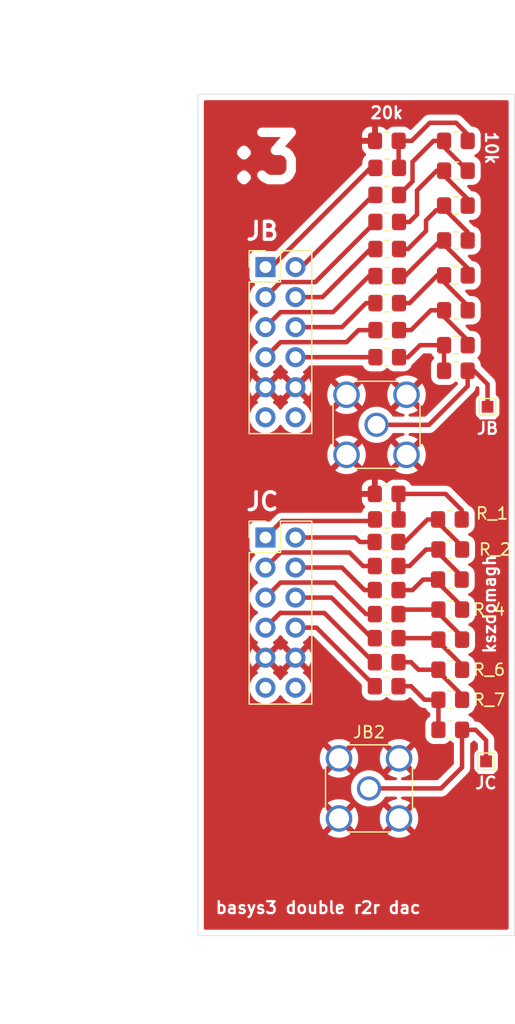
<source format=kicad_pcb>
(kicad_pcb (version 20241229) (generator "pcbnew") (generator_version "9.0")
  (layers (0 "F.Cu" signal) (2 "B.Cu" signal) (13 "F.Paste" user) (15 "B.Paste" user) (5 "F.SilkS" user "F.Silkscreen") (7 "B.SilkS" user "B.Silkscreen") (1 "F.Mask" user) (3 "B.Mask" user) (25 "Edge.Cuts" user))
  (net 0 "")
  (net 1 "GND")
  (net 2 "DB0")
  (net 3 "DB1")
  (net 4 "Net-(2R_4-Pad2)")
  (net 5 "DB2")
  (net 6 "Net-(2R_5-Pad2)")
  (net 7 "DB3")
  (net 8 "Net-(2R_6-Pad2)")
  (net 9 "DB4")
  (net 10 "Net-(2R_7-Pad2)")
  (net 11 "DB5")
  (net 12 "Net-(2R_8-Pad2)")
  (net 13 "DB6")
  (net 14 "DB7")
  (net 15 "Net-(2R_9-Pad2)")
  (net 16 "DA0")
  (net 17 "Net-(2R_11-Pad2)")
  (net 18 "DA1")
  (net 19 "Net-(2R_13-Pad2)")
  (net 20 "DA2")
  (net 21 "Net-(2R_14-Pad2)")
  (net 22 "Net-(2R_15-Pad2)")
  (net 23 "DA3")
  (net 24 "DA4")
  (net 25 "Net-(2R_16-Pad2)")
  (net 26 "DA5")
  (net 27 "Net-(2R_17-Pad2)")
  (net 28 "Net-(2R_18-Pad2)")
  (net 29 "DA6")
  (net 30 "Net-(2R_19-Pad2)")
  (net 31 "DA7")
  (net 32 "VDD")
  (net 33 "Net-(JB2-In)")
  (net 34 "Net-(JA2-In)")
  (net 35 "Net-(2R_B0-Pad2)")
  (net 36 "Net-(2R_B1-Pad2)")
  (footprint "Resistor_SMD:R_0805_2012Metric_Pad1.20x1.40mm_HandSolder" (layer "F.Cu") (at 148.352 100.711 180)
    (property "Reference" "R_4" (at -3.286 0 0) (layer "F.SilkS"))
    (property "Value" "10K" (hide yes))
    (fp_line (start -0.227064 0.735) (end 0.227064 0.735) (stroke (width 0.12)) (layer "F.SilkS"))
    (fp_line (start -0.227064 -0.735) (end 0.227064 -0.735) (stroke (width 0.12)) (layer "F.SilkS"))
    (pad "1" smd roundrect (at -1 0 180) (size 1.2 1.4) (layers "F.Cu" "F.Mask" "F.Paste") (roundrect_rratio 0.208333) (net 6 "Net-(2R_5-Pad2)"))
    (pad "2" smd roundrect (at 1 0 180) (size 1.2 1.4) (layers "F.Cu" "F.Mask" "F.Paste") (roundrect_rratio 0.208333) (net 8 "Net-(2R_6-Pad2)"))
  )
  (footprint "Resistor_SMD:R_0805_2012Metric_Pad1.20x1.40mm_HandSolder" (layer "F.Cu") (at 143.018 65.659)
    (property "Reference" "2R_13" (hide yes))
    (property "Value" "20K" (hide yes))
    (fp_line (start -0.227064 -0.735) (end 0.227064 -0.735) (stroke (width 0.12)) (layer "F.SilkS"))
    (fp_line (start -0.227064 0.735) (end 0.227064 0.735) (stroke (width 0.12)) (layer "F.SilkS"))
    (pad "1" smd roundrect (at -1 0) (size 1.2 1.4) (layers "F.Cu" "F.Mask" "F.Paste") (roundrect_rratio 0.208333) (net 24 "DA4"))
    (pad "2" smd roundrect (at 1 0) (size 1.2 1.4) (layers "F.Cu" "F.Mask" "F.Paste") (roundrect_rratio 0.208333) (net 19 "Net-(2R_13-Pad2)"))
  )
  (footprint "Resistor_SMD:R_0805_2012Metric_Pad1.20x1.40mm_HandSolder" (layer "F.Cu") (at 148.828 72.459 180)
    (property "Reference" "R_14" (hide yes))
    (property "Value" "10K" (hide yes))
    (fp_line (start -0.227064 0.735) (end 0.227064 0.735) (stroke (width 0.12)) (layer "F.SilkS"))
    (fp_line (start -0.227064 -0.735) (end 0.227064 -0.735) (stroke (width 0.12)) (layer "F.SilkS"))
    (pad "1" smd roundrect (at -1 0 180) (size 1.2 1.4) (layers "F.Cu" "F.Mask" "F.Paste") (roundrect_rratio 0.208333) (net 25 "Net-(2R_16-Pad2)"))
    (pad "2" smd roundrect (at 1 0 180) (size 1.2 1.4) (layers "F.Cu" "F.Mask" "F.Paste") (roundrect_rratio 0.208333) (net 27 "Net-(2R_17-Pad2)"))
  )
  (footprint "Resistor_SMD:R_0805_2012Metric_Pad1.20x1.40mm_HandSolder" (layer "F.Cu") (at 142.954 94.996)
    (property "Reference" "2R_B1" (hide yes))
    (property "Value" "20K" (hide yes))
    (fp_line (start -0.227064 -0.735) (end 0.227064 -0.735) (stroke (width 0.12)) (layer "F.SilkS"))
    (fp_line (start -0.227064 0.735) (end 0.227064 0.735) (stroke (width 0.12)) (layer "F.SilkS"))
    (pad "1" smd roundrect (at -1 0) (size 1.2 1.4) (layers "F.Cu" "F.Mask" "F.Paste") (roundrect_rratio 0.208333) (net 9 "DB4"))
    (pad "2" smd roundrect (at 1 0) (size 1.2 1.4) (layers "F.Cu" "F.Mask" "F.Paste") (roundrect_rratio 0.208333) (net 36 "Net-(2R_B1-Pad2)"))
  )
  (footprint "Resistor_SMD:R_0805_2012Metric_Pad1.20x1.40mm_HandSolder" (layer "F.Cu") (at 143.018 70.231)
    (property "Reference" "2R_15" (hide yes))
    (property "Value" "20K" (hide yes))
    (fp_line (start -0.227064 -0.735) (end 0.227064 -0.735) (stroke (width 0.12)) (layer "F.SilkS"))
    (fp_line (start -0.227064 0.735) (end 0.227064 0.735) (stroke (width 0.12)) (layer "F.SilkS"))
    (pad "1" smd roundrect (at -1 0) (size 1.2 1.4) (layers "F.Cu" "F.Mask" "F.Paste") (roundrect_rratio 0.208333) (net 26 "DA5"))
    (pad "2" smd roundrect (at 1 0) (size 1.2 1.4) (layers "F.Cu" "F.Mask" "F.Paste") (roundrect_rratio 0.208333) (net 22 "Net-(2R_15-Pad2)"))
  )
  (footprint "Resistor_SMD:R_0805_2012Metric_Pad1.20x1.40mm_HandSolder" (layer "F.Cu") (at 142.97 99.06)
    (property "Reference" "2R_5" (hide yes))
    (property "Value" "20K" (hide yes))
    (fp_line (start -0.227064 -0.735) (end 0.227064 -0.735) (stroke (width 0.12)) (layer "F.SilkS"))
    (fp_line (start -0.227064 0.735) (end 0.227064 0.735) (stroke (width 0.12)) (layer "F.SilkS"))
    (pad "1" smd roundrect (at -1 0) (size 1.2 1.4) (layers "F.Cu" "F.Mask" "F.Paste") (roundrect_rratio 0.208333) (net 11 "DB5"))
    (pad "2" smd roundrect (at 1 0) (size 1.2 1.4) (layers "F.Cu" "F.Mask" "F.Paste") (roundrect_rratio 0.208333) (net 6 "Net-(2R_5-Pad2)"))
  )
  (footprint "TestPoint:TestPoint_Pad_1.0x1.0mm" (layer "F.Cu") (at 151.511 83.566)
    (property "Reference" "REF**" (hide yes))
    (property "Value" "TestPoint_Pad_1.0x1.0mm" (hide yes))
    (fp_line (start -0.7 -0.7) (end 0.7 -0.7) (stroke (width 0.12)) (layer "F.SilkS"))
    (fp_line (start -0.7 0.7) (end -0.7 -0.7) (stroke (width 0.12)) (layer "F.SilkS"))
    (fp_line (start 0.7 -0.7) (end 0.7 0.7) (stroke (width 0.12)) (layer "F.SilkS"))
    (fp_line (start 0.7 0.7) (end -0.7 0.7) (stroke (width 0.12)) (layer "F.SilkS"))
    (pad "1" smd rect (at 0 0) (size 1 1) (layers "F.Cu" "F.Mask") (net 34 "Net-(JA2-In)"))
  )
  (footprint "Resistor_SMD:R_0805_2012Metric_Pad1.20x1.40mm_HandSolder" (layer "F.Cu") (at 142.97 90.932 180)
    (property "Reference" "2R_B2" (hide yes))
    (property "Value" "20K" (hide yes))
    (fp_line (start -0.227064 0.735) (end 0.227064 0.735) (stroke (width 0.12)) (layer "F.SilkS"))
    (fp_line (start -0.227064 -0.735) (end 0.227064 -0.735) (stroke (width 0.12)) (layer "F.SilkS"))
    (pad "1" smd roundrect (at -1 0 180) (size 1.2 1.4) (layers "F.Cu" "F.Mask" "F.Paste") (roundrect_rratio 0.208333) (net 35 "Net-(2R_B0-Pad2)"))
    (pad "2" smd roundrect (at 1 0 180) (size 1.2 1.4) (layers "F.Cu" "F.Mask" "F.Paste") (roundrect_rratio 0.208333) (net 1 "GND"))
  )
  (footprint "Resistor_SMD:R_0805_2012Metric_Pad1.20x1.40mm_HandSolder" (layer "F.Cu") (at 142.986 61.087 180)
    (property "Reference" "2R_12" (hide yes))
    (property "Value" "20K" (hide yes))
    (fp_line (start -0.227064 0.735) (end 0.227064 0.735) (stroke (width 0.12)) (layer "F.SilkS"))
    (fp_line (start -0.227064 -0.735) (end 0.227064 -0.735) (stroke (width 0.12)) (layer "F.SilkS"))
    (pad "1" smd roundrect (at -1 0 180) (size 1.2 1.4) (layers "F.Cu" "F.Mask" "F.Paste") (roundrect_rratio 0.208333) (net 17 "Net-(2R_11-Pad2)"))
    (pad "2" smd roundrect (at 1 0 180) (size 1.2 1.4) (layers "F.Cu" "F.Mask" "F.Paste") (roundrect_rratio 0.208333) (net 1 "GND"))
  )
  (footprint "Connector_Coaxial:SMA_Wurth_60312002114503_Vertical" (layer "F.Cu") (at 142.113 85.09)
    (property "Reference" "JA2" (hide yes))
    (property "Value" "Conn_Coaxial_Small" (hide yes))
    (fp_line (start -3.68 -1.8) (end -3.68 1.8) (stroke (width 0.12)) (layer "F.SilkS"))
    (fp_line (start -1.8 -3.68) (end 1.8 -3.68) (stroke (width 0.12)) (layer "F.SilkS"))
    (fp_line (start -1.8 3.68) (end 1.8 3.68) (stroke (width 0.12)) (layer "F.SilkS"))
    (fp_line (start 3.68 -1.8) (end 3.68 1.8) (stroke (width 0.12)) (layer "F.SilkS"))
    (pad "1" thru_hole circle (at 0 0) (size 2.05 2.05) (drill 1.5) (layers "*.Cu" "*.Mask") (net 34 "Net-(JA2-In)"))
    (pad "2" thru_hole circle (at -2.54 -2.54) (size 2.25 2.25) (drill 1.7) (layers "*.Cu" "*.Mask") (net 1 "GND"))
    (pad "2" thru_hole circle (at -2.54 2.54) (size 2.25 2.25) (drill 1.7) (layers "*.Cu" "*.Mask") (net 1 "GND"))
    (pad "2" thru_hole circle (at 2.54 -2.54) (size 2.25 2.25) (drill 1.7) (layers "*.Cu" "*.Mask") (net 1 "GND"))
    (pad "2" thru_hole circle (at 2.54 2.54) (size 2.25 2.25) (drill 1.7) (layers "*.Cu" "*.Mask") (net 1 "GND"))
  )
  (footprint "Resistor_SMD:R_0805_2012Metric_Pad1.20x1.40mm_HandSolder" (layer "F.Cu") (at 143.018 79.375)
    (property "Reference" "2R_19" (hide yes))
    (property "Value" "20K" (hide yes))
    (fp_line (start -0.227064 -0.735) (end 0.227064 -0.735) (stroke (width 0.12)) (layer "F.SilkS"))
    (fp_line (start -0.227064 0.735) (end 0.227064 0.735) (stroke (width 0.12)) (layer "F.SilkS"))
    (pad "1" smd roundrect (at -1 0) (size 1.2 1.4) (layers "F.Cu" "F.Mask" "F.Paste") (roundrect_rratio 0.208333) (net 31 "DA7"))
    (pad "2" smd roundrect (at 1 0) (size 1.2 1.4) (layers "F.Cu" "F.Mask" "F.Paste") (roundrect_rratio 0.208333) (net 30 "Net-(2R_19-Pad2)"))
  )
  (footprint "Resistor_SMD:R_0805_2012Metric_Pad1.20x1.40mm_HandSolder" (layer "F.Cu") (at 148.828 61.087 180)
    (property "Reference" "R_10" (hide yes))
    (property "Value" "10K" (hide yes))
    (fp_line (start -0.227064 0.735) (end 0.227064 0.735) (stroke (width 0.12)) (layer "F.SilkS"))
    (fp_line (start -0.227064 -0.735) (end 0.227064 -0.735) (stroke (width 0.12)) (layer "F.SilkS"))
    (pad "1" smd roundrect (at -1 0 180) (size 1.2 1.4) (layers "F.Cu" "F.Mask" "F.Paste") (roundrect_rratio 0.208333) (net 17 "Net-(2R_11-Pad2)"))
    (pad "2" smd roundrect (at 1 0 180) (size 1.2 1.4) (layers "F.Cu" "F.Mask" "F.Paste") (roundrect_rratio 0.208333) (net 19 "Net-(2R_13-Pad2)"))
  )
  (footprint "Connector_Coaxial:SMA_Wurth_60312002114503_Vertical" (layer "F.Cu") (at 141.478 115.824)
    (property "Reference" "JB2" (at 0 -4.75 0) (layer "F.SilkS"))
    (property "Value" "Conn_Coaxial_Small" (hide yes))
    (fp_line (start -3.68 -1.8) (end -3.68 1.8) (stroke (width 0.12)) (layer "F.SilkS"))
    (fp_line (start -1.8 -3.68) (end 1.8 -3.68) (stroke (width 0.12)) (layer "F.SilkS"))
    (fp_line (start -1.8 3.68) (end 1.8 3.68) (stroke (width 0.12)) (layer "F.SilkS"))
    (fp_line (start 3.68 -1.8) (end 3.68 1.8) (stroke (width 0.12)) (layer "F.SilkS"))
    (pad "1" thru_hole circle (at 0 0) (size 2.05 2.05) (drill 1.5) (layers "*.Cu" "*.Mask") (net 33 "Net-(JB2-In)"))
    (pad "2" thru_hole circle (at -2.54 -2.54) (size 2.25 2.25) (drill 1.7) (layers "*.Cu" "*.Mask") (net 1 "GND"))
    (pad "2" thru_hole circle (at -2.54 2.54) (size 2.25 2.25) (drill 1.7) (layers "*.Cu" "*.Mask") (net 1 "GND"))
    (pad "2" thru_hole circle (at 2.54 -2.54) (size 2.25 2.25) (drill 1.7) (layers "*.Cu" "*.Mask") (net 1 "GND"))
    (pad "2" thru_hole circle (at 2.54 2.54) (size 2.25 2.25) (drill 1.7) (layers "*.Cu" "*.Mask") (net 1 "GND"))
  )
  (footprint "TestPoint:TestPoint_Pad_1.0x1.0mm" (layer "F.Cu") (at 151.384 113.538)
    (property "Reference" "REF**" (hide yes))
    (property "Value" "TestPoint_Pad_1.0x1.0mm" (hide yes))
    (fp_line (start -0.7 -0.7) (end 0.7 -0.7) (stroke (width 0.12)) (layer "F.SilkS") (net 65793))
    (fp_line (start -0.7 0.7) (end -0.7 -0.7) (stroke (width 0.12)) (layer "F.SilkS") (net 65793))
    (fp_line (start 0.7 -0.7) (end 0.7 0.7) (stroke (width 0.12)) (layer "F.SilkS") (net 65793))
    (fp_line (start 0.7 0.7) (end -0.7 0.7) (stroke (width 0.12)) (layer "F.SilkS") (net 65793))
    (pad "1" smd rect (at 0 0) (size 1 1) (layers "F.Cu" "F.Mask") (net 33 "Net-(JB2-In)"))
  )
  (footprint "Resistor_SMD:R_0805_2012Metric_Pad1.20x1.40mm_HandSolder" (layer "F.Cu") (at 142.97 101.092)
    (property "Reference" "2R_6" (hide yes))
    (property "Value" "20K" (hide yes))
    (fp_line (start -0.227064 -0.735) (end 0.227064 -0.735) (stroke (width 0.12)) (layer "F.SilkS"))
    (fp_line (start -0.227064 0.735) (end 0.227064 0.735) (stroke (width 0.12)) (layer "F.SilkS"))
    (pad "1" smd roundrect (at -1 0) (size 1.2 1.4) (layers "F.Cu" "F.Mask" "F.Paste") (roundrect_rratio 0.208333) (net 5 "DB2"))
    (pad "2" smd roundrect (at 1 0) (size 1.2 1.4) (layers "F.Cu" "F.Mask" "F.Paste") (roundrect_rratio 0.208333) (net 8 "Net-(2R_6-Pad2)"))
  )
  (footprint "Resistor_SMD:R_0805_2012Metric_Pad1.20x1.40mm_HandSolder" (layer "F.Cu") (at 148.32 93.091 180)
    (property "Reference" "R_1" (at -3.572 0.508 0) (layer "F.SilkS"))
    (property "Value" "10K" (hide yes))
    (fp_line (start -0.227064 0.735) (end 0.227064 0.735) (stroke (width 0.12)) (layer "F.SilkS"))
    (fp_line (start -0.227064 -0.735) (end 0.227064 -0.735) (stroke (width 0.12)) (layer "F.SilkS"))
    (pad "1" smd roundrect (at -1 0 180) (size 1.2 1.4) (layers "F.Cu" "F.Mask" "F.Paste") (roundrect_rratio 0.208333) (net 35 "Net-(2R_B0-Pad2)"))
    (pad "2" smd roundrect (at 1 0 180) (size 1.2 1.4) (layers "F.Cu" "F.Mask" "F.Paste") (roundrect_rratio 0.208333) (net 36 "Net-(2R_B1-Pad2)"))
  )
  (footprint "Resistor_SMD:R_0805_2012Metric_Pad1.20x1.40mm_HandSolder" (layer "F.Cu") (at 143.018 72.517)
    (property "Reference" "2R_16" (hide yes))
    (property "Value" "20K" (hide yes))
    (fp_line (start -0.227064 -0.735) (end 0.227064 -0.735) (stroke (width 0.12)) (layer "F.SilkS"))
    (fp_line (start -0.227064 0.735) (end 0.227064 0.735) (stroke (width 0.12)) (layer "F.SilkS"))
    (pad "1" smd roundrect (at -1 0) (size 1.2 1.4) (layers "F.Cu" "F.Mask" "F.Paste") (roundrect_rratio 0.208333) (net 20 "DA2"))
    (pad "2" smd roundrect (at 1 0) (size 1.2 1.4) (layers "F.Cu" "F.Mask" "F.Paste") (roundrect_rratio 0.208333) (net 25 "Net-(2R_16-Pad2)"))
  )
  (footprint "Resistor_SMD:R_0805_2012Metric_Pad1.20x1.40mm_HandSolder" (layer "F.Cu") (at 148.828 69.509 180)
    (property "Reference" "R_13" (hide yes))
    (property "Value" "10K" (hide yes))
    (fp_line (start -0.227064 0.735) (end 0.227064 0.735) (stroke (width 0.12)) (layer "F.SilkS"))
    (fp_line (start -0.227064 -0.735) (end 0.227064 -0.735) (stroke (width 0.12)) (layer "F.SilkS"))
    (pad "1" smd roundrect (at -1 0 180) (size 1.2 1.4) (layers "F.Cu" "F.Mask" "F.Paste") (roundrect_rratio 0.208333) (net 22 "Net-(2R_15-Pad2)"))
    (pad "2" smd roundrect (at 1 0 180) (size 1.2 1.4) (layers "F.Cu" "F.Mask" "F.Paste") (roundrect_rratio 0.208333) (net 25 "Net-(2R_16-Pad2)"))
  )
  (footprint "Resistor_SMD:R_0805_2012Metric_Pad1.20x1.40mm_HandSolder" (layer "F.Cu") (at 142.97 97.028)
    (property "Reference" "2R_4" (hide yes))
    (property "Value" "20K" (hide yes))
    (fp_line (start -0.227064 -0.735) (end 0.227064 -0.735) (stroke (width 0.12)) (layer "F.SilkS"))
    (fp_line (start -0.227064 0.735) (end 0.227064 0.735) (stroke (width 0.12)) (layer "F.SilkS"))
    (pad "1" smd roundrect (at -1 0) (size 1.2 1.4) (layers "F.Cu" "F.Mask" "F.Paste") (roundrect_rratio 0.208333) (net 3 "DB1"))
    (pad "2" smd roundrect (at 1 0) (size 1.2 1.4) (layers "F.Cu" "F.Mask" "F.Paste") (roundrect_rratio 0.208333) (net 4 "Net-(2R_4-Pad2)"))
  )
  (footprint "Resistor_SMD:R_0805_2012Metric_Pad1.20x1.40mm_HandSolder" (layer "F.Cu") (at 142.97 103.124)
    (property "Reference" "2R_7" (hide yes))
    (property "Value" "20K" (hide yes))
    (fp_line (start -0.227064 -0.735) (end 0.227064 -0.735) (stroke (width 0.12)) (layer "F.SilkS"))
    (fp_line (start -0.227064 0.735) (end 0.227064 0.735) (stroke (width 0.12)) (layer "F.SilkS"))
    (pad "1" smd roundrect (at -1 0) (size 1.2 1.4) (layers "F.Cu" "F.Mask" "F.Paste") (roundrect_rratio 0.208333) (net 13 "DB6"))
    (pad "2" smd roundrect (at 1 0) (size 1.2 1.4) (layers "F.Cu" "F.Mask" "F.Paste") (roundrect_rratio 0.208333) (net 10 "Net-(2R_7-Pad2)"))
  )
  (footprint "Connector_PinHeader_2.54mm:PinHeader_2x06_P2.54mm_Vertical" (layer "F.Cu") (at 132.715 71.755)
    (property "Reference" "JA1" (hide yes))
    (property "Value" "Conn_02x06_Odd_Even" (hide yes))
    (fp_line (start -1.38 -1.38) (end 0 -1.38) (stroke (width 0.12)) (layer "F.SilkS"))
    (fp_line (start -1.38 0) (end -1.38 -1.38) (stroke (width 0.12)) (layer "F.SilkS"))
    (fp_line (start -1.38 1.27) (end -1.38 14.08) (stroke (width 0.12)) (layer "F.SilkS"))
    (fp_line (start -1.38 1.27) (end 1.27 1.27) (stroke (width 0.12)) (layer "F.SilkS"))
    (fp_line (start -1.38 14.08) (end 3.92 14.08) (stroke (width 0.12)) (layer "F.SilkS"))
    (fp_line (start 1.27 -1.38) (end 3.92 -1.38) (stroke (width 0.12)) (layer "F.SilkS"))
    (fp_line (start 1.27 1.27) (end 1.27 -1.38) (stroke (width 0.12)) (layer "F.SilkS"))
    (fp_line (start 3.92 -1.38) (end 3.92 14.08) (stroke (width 0.12)) (layer "F.SilkS"))
    (pad "1" thru_hole rect (at 0 0) (size 1.7 1.7) (drill 1) (layers "*.Cu" "*.Mask") (net 16 "DA0"))
    (pad "2" thru_hole circle (at 2.54 0) (size 1.7 1.7) (drill 1) (layers "*.Cu" "*.Mask") (net 24 "DA4"))
    (pad "3" thru_hole circle (at 0 2.54) (size 1.7 1.7) (drill 1) (layers "*.Cu" "*.Mask") (net 18 "DA1"))
    (pad "4" thru_hole circle (at 2.54 2.54) (size 1.7 1.7) (drill 1) (layers "*.Cu" "*.Mask") (net 26 "DA5"))
    (pad "5" thru_hole circle (at 0 5.08) (size 1.7 1.7) (drill 1) (layers "*.Cu" "*.Mask") (net 20 "DA2"))
    (pad "6" thru_hole circle (at 2.54 5.08) (size 1.7 1.7) (drill 1) (layers "*.Cu" "*.Mask") (net 29 "DA6"))
    (pad "7" thru_hole circle (at 0 7.62) (size 1.7 1.7) (drill 1) (layers "*.Cu" "*.Mask") (net 23 "DA3"))
    (pad "8" thru_hole circle (at 2.54 7.62) (size 1.7 1.7) (drill 1) (layers "*.Cu" "*.Mask") (net 31 "DA7"))
    (pad "9" thru_hole circle (at 0 10.16) (size 1.7 1.7) (drill 1) (layers "*.Cu" "*.Mask") (net 1 "GND"))
    (pad "10" thru_hole circle (at 2.54 10.16) (size 1.7 1.7) (drill 1) (layers "*.Cu" "*.Mask") (net 1 "GND"))
    (pad "11" thru_hole circle (at 0 12.7) (size 1.7 1.7) (drill 1) (layers "*.Cu" "*.Mask") (net 32 "VDD"))
    (pad "12" thru_hole circle (at 2.54 12.7) (size 1.7 1.7) (drill 1) (layers "*.Cu" "*.Mask") (net 32 "VDD"))
  )
  (footprint "Connector_PinHeader_2.54mm:PinHeader_2x06_P2.54mm_Vertical" (layer "F.Cu") (at 132.715 94.615)
    (property "Reference" "JB1" (hide yes))
    (property "Value" "Conn_02x06_Odd_Even" (hide yes))
    (fp_line (start -1.38 -1.38) (end 0 -1.38) (stroke (width 0.12)) (layer "F.SilkS"))
    (fp_line (start -1.38 0) (end -1.38 -1.38) (stroke (width 0.12)) (layer "F.SilkS"))
    (fp_line (start -1.38 1.27) (end -1.38 14.08) (stroke (width 0.12)) (layer "F.SilkS"))
    (fp_line (start -1.38 1.27) (end 1.27 1.27) (stroke (width 0.12)) (layer "F.SilkS"))
    (fp_line (start -1.38 14.08) (end 3.92 14.08) (stroke (width 0.12)) (layer "F.SilkS"))
    (fp_line (start 1.27 -1.38) (end 3.92 -1.38) (stroke (width 0.12)) (layer "F.SilkS"))
    (fp_line (start 1.27 1.27) (end 1.27 -1.38) (stroke (width 0.12)) (layer "F.SilkS"))
    (fp_line (start 3.92 -1.38) (end 3.92 14.08) (stroke (width 0.12)) (layer "F.SilkS"))
    (pad "1" thru_hole rect (at 0 0) (size 1.7 1.7) (drill 1) (layers "*.Cu" "*.Mask") (net 2 "DB0"))
    (pad "2" thru_hole circle (at 2.54 0) (size 1.7 1.7) (drill 1) (layers "*.Cu" "*.Mask") (net 9 "DB4"))
    (pad "3" thru_hole circle (at 0 2.54) (size 1.7 1.7) (drill 1) (layers "*.Cu" "*.Mask") (net 3 "DB1"))
    (pad "4" thru_hole circle (at 2.54 2.54) (size 1.7 1.7) (drill 1) (layers "*.Cu" "*.Mask") (net 11 "DB5"))
    (pad "5" thru_hole circle (at 0 5.08) (size 1.7 1.7) (drill 1) (layers "*.Cu" "*.Mask") (net 5 "DB2"))
    (pad "6" thru_hole circle (at 2.54 5.08) (size 1.7 1.7) (drill 1) (layers "*.Cu" "*.Mask") (net 13 "DB6"))
    (pad "7" thru_hole circle (at 0 7.62) (size 1.7 1.7) (drill 1) (layers "*.Cu" "*.Mask") (net 7 "DB3"))
    (pad "8" thru_hole circle (at 2.54 7.62) (size 1.7 1.7) (drill 1) (layers "*.Cu" "*.Mask") (net 14 "DB7"))
    (pad "9" thru_hole circle (at 0 10.16) (size 1.7 1.7) (drill 1) (layers "*.Cu" "*.Mask") (net 1 "GND"))
    (pad "10" thru_hole circle (at 2.54 10.16) (size 1.7 1.7) (drill 1) (layers "*.Cu" "*.Mask") (net 1 "GND"))
    (pad "11" thru_hole circle (at 0 12.7) (size 1.7 1.7) (drill 1) (layers "*.Cu" "*.Mask") (net 32 "VDD"))
    (pad "12" thru_hole circle (at 2.54 12.7) (size 1.7 1.7) (drill 1) (layers "*.Cu" "*.Mask") (net 32 "VDD"))
  )
  (footprint "Resistor_SMD:R_0805_2012Metric_Pad1.20x1.40mm_HandSolder" (layer "F.Cu") (at 142.97 105.156)
    (property "Reference" "2R_8" (hide yes))
    (property "Value" "20K" (hide yes))
    (fp_line (start -0.227064 -0.735) (end 0.227064 -0.735) (stroke (width 0.12)) (layer "F.SilkS"))
    (fp_line (start -0.227064 0.735) (end 0.227064 0.735) (stroke (width 0.12)) (layer "F.SilkS"))
    (pad "1" smd roundrect (at -1 0) (size 1.2 1.4) (layers "F.Cu" "F.Mask" "F.Paste") (roundrect_rratio 0.208333) (net 7 "DB3"))
    (pad "2" smd roundrect (at 1 0) (size 1.2 1.4) (layers "F.Cu" "F.Mask" "F.Paste") (roundrect_rratio 0.208333) (net 12 "Net-(2R_8-Pad2)"))
  )
  (footprint "Resistor_SMD:R_0805_2012Metric_Pad1.20x1.40mm_HandSolder" (layer "F.Cu") (at 148.352 105.791 180)
    (property "Reference" "R_6" (at -3.286 0 0) (layer "F.SilkS"))
    (property "Value" "10K" (hide yes))
    (fp_line (start -0.227064 0.735) (end 0.227064 0.735) (stroke (width 0.12)) (layer "F.SilkS"))
    (fp_line (start -0.227064 -0.735) (end 0.227064 -0.735) (stroke (width 0.12)) (layer "F.SilkS"))
    (pad "1" smd roundrect (at -1 0 180) (size 1.2 1.4) (layers "F.Cu" "F.Mask" "F.Paste") (roundrect_rratio 0.208333) (net 10 "Net-(2R_7-Pad2)"))
    (pad "2" smd roundrect (at 1 0 180) (size 1.2 1.4) (layers "F.Cu" "F.Mask" "F.Paste") (roundrect_rratio 0.208333) (net 12 "Net-(2R_8-Pad2)"))
  )
  (footprint "Resistor_SMD:R_0805_2012Metric_Pad1.20x1.40mm_HandSolder" (layer "F.Cu") (at 148.352 103.251 180)
    (property "Reference" "R_5" (hide yes))
    (property "Value" "10K" (hide yes))
    (fp_line (start -0.227064 0.735) (end 0.227064 0.735) (stroke (width 0.12)) (layer "F.SilkS"))
    (fp_line (start -0.227064 -0.735) (end 0.227064 -0.735) (stroke (width 0.12)) (layer "F.SilkS"))
    (pad "1" smd roundrect (at -1 0 180) (size 1.2 1.4) (layers "F.Cu" "F.Mask" "F.Paste") (roundrect_rratio 0.208333) (net 8 "Net-(2R_6-Pad2)"))
    (pad "2" smd roundrect (at 1 0 180) (size 1.2 1.4) (layers "F.Cu" "F.Mask" "F.Paste") (roundrect_rratio 0.208333) (net 10 "Net-(2R_7-Pad2)"))
  )
  (footprint "Resistor_SMD:R_0805_2012Metric_Pad1.20x1.40mm_HandSolder" (layer "F.Cu") (at 143.018 77.089)
    (property "Reference" "2R_18" (hide yes))
    (property "Value" "20K" (hide yes))
    (fp_line (start -0.227064 -0.735) (end 0.227064 -0.735) (stroke (width 0.12)) (layer "F.SilkS"))
    (fp_line (start -0.227064 0.735) (end 0.227064 0.735) (stroke (width 0.12)) (layer "F.SilkS"))
    (pad "1" smd roundrect (at -1 0) (size 1.2 1.4) (layers "F.Cu" "F.Mask" "F.Paste") (roundrect_rratio 0.208333) (net 23 "DA3"))
    (pad "2" smd roundrect (at 1 0) (size 1.2 1.4) (layers "F.Cu" "F.Mask" "F.Paste") (roundrect_rratio 0.208333) (net 28 "Net-(2R_18-Pad2)"))
  )
  (footprint "Resistor_SMD:R_0805_2012Metric_Pad1.20x1.40mm_HandSolder" (layer "F.Cu") (at 148.352 110.871)
    (property "Reference" "R_8" (hide yes))
    (property "Value" "10K")
    (fp_line (start -0.227064 -0.735) (end 0.227064 -0.735) (stroke (width 0.12)) (layer "F.SilkS"))
    (fp_line (start -0.227064 0.735) (end 0.227064 0.735) (stroke (width 0.12)) (layer "F.SilkS"))
    (pad "1" smd roundrect (at -1 0) (size 1.2 1.4) (layers "F.Cu" "F.Mask" "F.Paste") (roundrect_rratio 0.208333) (net 15 "Net-(2R_9-Pad2)"))
    (pad "2" smd roundrect (at 1 0) (size 1.2 1.4) (layers "F.Cu" "F.Mask" "F.Paste") (roundrect_rratio 0.208333) (net 33 "Net-(JB2-In)"))
  )
  (footprint "Resistor_SMD:R_0805_2012Metric_Pad1.20x1.40mm_HandSolder" (layer "F.Cu") (at 148.352 95.631 180)
    (property "Reference" "R_2" (at -3.794 0 0) (layer "F.SilkS"))
    (property "Value" "10K" (hide yes))
    (fp_line (start -0.227064 0.735) (end 0.227064 0.735) (stroke (width 0.12)) (layer "F.SilkS"))
    (fp_line (start -0.227064 -0.735) (end 0.227064 -0.735) (stroke (width 0.12)) (layer "F.SilkS"))
    (pad "1" smd roundrect (at -1 0 180) (size 1.2 1.4) (layers "F.Cu" "F.Mask" "F.Paste") (roundrect_rratio 0.208333) (net 36 "Net-(2R_B1-Pad2)"))
    (pad "2" smd roundrect (at 1 0 180) (size 1.2 1.4) (layers "F.Cu" "F.Mask" "F.Paste") (roundrect_rratio 0.208333) (net 4 "Net-(2R_4-Pad2)"))
  )
  (footprint "Resistor_SMD:R_0805_2012Metric_Pad1.20x1.40mm_HandSolder" (layer "F.Cu") (at 143.018 67.945)
    (property "Reference" "2R_14" (hide yes))
    (property "Value" "20K" (hide yes))
    (fp_line (start -0.227064 -0.735) (end 0.227064 -0.735) (stroke (width 0.12)) (layer "F.SilkS"))
    (fp_line (start -0.227064 0.735) (end 0.227064 0.735) (stroke (width 0.12)) (layer "F.SilkS"))
    (pad "1" smd roundrect (at -1 0) (size 1.2 1.4) (layers "F.Cu" "F.Mask" "F.Paste") (roundrect_rratio 0.208333) (net 18 "DA1"))
    (pad "2" smd roundrect (at 1 0) (size 1.2 1.4) (layers "F.Cu" "F.Mask" "F.Paste") (roundrect_rratio 0.208333) (net 21 "Net-(2R_14-Pad2)"))
  )
  (footprint "Resistor_SMD:R_0805_2012Metric_Pad1.20x1.40mm_HandSolder" (layer "F.Cu") (at 148.828 78.359 180)
    (property "Reference" "R_16" (hide yes))
    (property "Value" "10K" (hide yes))
    (fp_line (start -0.227064 0.735) (end 0.227064 0.735) (stroke (width 0.12)) (layer "F.SilkS"))
    (fp_line (start -0.227064 -0.735) (end 0.227064 -0.735) (stroke (width 0.12)) (layer "F.SilkS"))
    (pad "1" smd roundrect (at -1 0 180) (size 1.2 1.4) (layers "F.Cu" "F.Mask" "F.Paste") (roundrect_rratio 0.208333) (net 28 "Net-(2R_18-Pad2)"))
    (pad "2" smd roundrect (at 1 0 180) (size 1.2 1.4) (layers "F.Cu" "F.Mask" "F.Paste") (roundrect_rratio 0.208333) (net 30 "Net-(2R_19-Pad2)"))
  )
  (footprint "Resistor_SMD:R_0805_2012Metric_Pad1.20x1.40mm_HandSolder" (layer "F.Cu") (at 142.97 107.188)
    (property "Reference" "2R_9" (hide yes))
    (property "Value" "20K" (hide yes))
    (fp_line (start -0.227064 -0.735) (end 0.227064 -0.735) (stroke (width 0.12)) (layer "F.SilkS"))
    (fp_line (start -0.227064 0.735) (end 0.227064 0.735) (stroke (width 0.12)) (layer "F.SilkS"))
    (pad "1" smd roundrect (at -1 0) (size 1.2 1.4) (layers "F.Cu" "F.Mask" "F.Paste") (roundrect_rratio 0.208333) (net 14 "DB7"))
    (pad "2" smd roundrect (at 1 0) (size 1.2 1.4) (layers "F.Cu" "F.Mask" "F.Paste") (roundrect_rratio 0.208333) (net 15 "Net-(2R_9-Pad2)"))
  )
  (footprint "Resistor_SMD:R_0805_2012Metric_Pad1.20x1.40mm_HandSolder" (layer "F.Cu") (at 148.352 108.331 180)
    (property "Reference" "R_7" (at -3.286 0 0) (layer "F.SilkS"))
    (property "Value" "10K" (hide yes))
    (fp_line (start -0.227064 0.735) (end 0.227064 0.735) (stroke (width 0.12)) (layer "F.SilkS"))
    (fp_line (start -0.227064 -0.735) (end 0.227064 -0.735) (stroke (width 0.12)) (layer "F.SilkS"))
    (pad "1" smd roundrect (at -1 0 180) (size 1.2 1.4) (layers "F.Cu" "F.Mask" "F.Paste") (roundrect_rratio 0.208333) (net 12 "Net-(2R_8-Pad2)"))
    (pad "2" smd roundrect (at 1 0 180) (size 1.2 1.4) (layers "F.Cu" "F.Mask" "F.Paste") (roundrect_rratio 0.208333) (net 15 "Net-(2R_9-Pad2)"))
  )
  (footprint "Resistor_SMD:R_0805_2012Metric_Pad1.20x1.40mm_HandSolder" (layer "F.Cu") (at 143.018 74.803)
    (property "Reference" "2R_17" (hide yes))
    (property "Value" "20K" (hide yes))
    (fp_line (start -0.227064 -0.735) (end 0.227064 -0.735) (stroke (width 0.12)) (layer "F.SilkS"))
    (fp_line (start -0.227064 0.735) (end 0.227064 0.735) (stroke (width 0.12)) (layer "F.SilkS"))
    (pad "1" smd roundrect (at -1 0) (size 1.2 1.4) (layers "F.Cu" "F.Mask" "F.Paste") (roundrect_rratio 0.208333) (net 29 "DA6"))
    (pad "2" smd roundrect (at 1 0) (size 1.2 1.4) (layers "F.Cu" "F.Mask" "F.Paste") (roundrect_rratio 0.208333) (net 27 "Net-(2R_17-Pad2)"))
  )
  (footprint "Resistor_SMD:R_0805_2012Metric_Pad1.20x1.40mm_HandSolder" (layer "F.Cu") (at 143.018 63.373)
    (property "Reference" "2R_11" (hide yes))
    (property "Value" "20K" (hide yes))
    (fp_line (start -0.227064 -0.735) (end 0.227064 -0.735) (stroke (width 0.12)) (layer "F.SilkS"))
    (fp_line (start -0.227064 0.735) (end 0.227064 0.735) (stroke (width 0.12)) (layer "F.SilkS"))
    (pad "1" smd roundrect (at -1 0) (size 1.2 1.4) (layers "F.Cu" "F.Mask" "F.Paste") (roundrect_rratio 0.208333) (net 16 "DA0"))
    (pad "2" smd roundrect (at 1 0) (size 1.2 1.4) (layers "F.Cu" "F.Mask" "F.Paste") (roundrect_rratio 0.208333) (net 17 "Net-(2R_11-Pad2)"))
  )
  (footprint "Resistor_SMD:R_0805_2012Metric_Pad1.20x1.40mm_HandSolder" (layer "F.Cu") (at 148.32 98.171 180)
    (property "Reference" "R_3" (hide yes))
    (property "Value" "10K" (hide yes))
    (fp_line (start -0.227064 0.735) (end 0.227064 0.735) (stroke (width 0.12)) (layer "F.SilkS"))
    (fp_line (start -0.227064 -0.735) (end 0.227064 -0.735) (stroke (width 0.12)) (layer "F.SilkS"))
    (pad "1" smd roundrect (at -1 0 180) (size 1.2 1.4) (layers "F.Cu" "F.Mask" "F.Paste") (roundrect_rratio 0.208333) (net 4 "Net-(2R_4-Pad2)"))
    (pad "2" smd roundrect (at 1 0 180) (size 1.2 1.4) (layers "F.Cu" "F.Mask" "F.Paste") (roundrect_rratio 0.208333) (net 6 "Net-(2R_5-Pad2)"))
  )
  (footprint "Resistor_SMD:R_0805_2012Metric_Pad1.20x1.40mm_HandSolder" (layer "F.Cu") (at 148.828 75.409 180)
    (property "Reference" "R_15" (hide yes))
    (property "Value" "10K" (hide yes))
    (fp_line (start -0.227064 0.735) (end 0.227064 0.735) (stroke (width 0.12)) (layer "F.SilkS"))
    (fp_line (start -0.227064 -0.735) (end 0.227064 -0.735) (stroke (width 0.12)) (layer "F.SilkS"))
    (pad "1" smd roundrect (at -1 0 180) (size 1.2 1.4) (layers "F.Cu" "F.Mask" "F.Paste") (roundrect_rratio 0.208333) (net 27 "Net-(2R_17-Pad2)"))
    (pad "2" smd roundrect (at 1 0 180) (size 1.2 1.4) (layers "F.Cu" "F.Mask" "F.Paste") (roundrect_rratio 0.208333) (net 28 "Net-(2R_18-Pad2)"))
  )
  (footprint "Resistor_SMD:R_0805_2012Metric_Pad1.20x1.40mm_HandSolder" (layer "F.Cu") (at 142.986 93.091)
    (property "Reference" "2R_B0" (hide yes))
    (property "Value" "20K" (hide yes))
    (fp_line (start -0.227064 -0.735) (end 0.227064 -0.735) (stroke (width 0.12)) (layer "F.SilkS"))
    (fp_line (start -0.227064 0.735) (end 0.227064 0.735) (stroke (width 0.12)) (layer "F.SilkS"))
    (pad "1" smd roundrect (at -1 0) (size 1.2 1.4) (layers "F.Cu" "F.Mask" "F.Paste") (roundrect_rratio 0.208333) (net 2 "DB0"))
    (pad "2" smd roundrect (at 1 0) (size 1.2 1.4) (layers "F.Cu" "F.Mask" "F.Paste") (roundrect_rratio 0.208333) (net 35 "Net-(2R_B0-Pad2)"))
  )
  (footprint "Resistor_SMD:R_0805_2012Metric_Pad1.20x1.40mm_HandSolder" (layer "F.Cu") (at 148.828 66.559 180)
    (property "Reference" "R_12" (hide yes))
    (property "Value" "10K" (hide yes))
    (fp_line (start -0.227064 0.735) (end 0.227064 0.735) (stroke (width 0.12)) (layer "F.SilkS"))
    (fp_line (start -0.227064 -0.735) (end 0.227064 -0.735) (stroke (width 0.12)) (layer "F.SilkS"))
    (pad "1" smd roundrect (at -1 0 180) (size 1.2 1.4) (layers "F.Cu" "F.Mask" "F.Paste") (roundrect_rratio 0.208333) (net 21 "Net-(2R_14-Pad2)"))
    (pad "2" smd roundrect (at 1 0 180) (size 1.2 1.4) (layers "F.Cu" "F.Mask" "F.Paste") (roundrect_rratio 0.208333) (net 22 "Net-(2R_15-Pad2)"))
  )
  (footprint "Resistor_SMD:R_0805_2012Metric_Pad1.20x1.40mm_HandSolder" (layer "F.Cu") (at 148.828 63.609 180)
    (property "Reference" "R_11" (hide yes))
    (property "Value" "10K" (hide yes))
    (fp_line (start -0.227064 0.735) (end 0.227064 0.735) (stroke (width 0.12)) (layer "F.SilkS"))
    (fp_line (start -0.227064 -0.735) (end 0.227064 -0.735) (stroke (width 0.12)) (layer "F.SilkS"))
    (pad "1" smd roundrect (at -1 0 180) (size 1.2 1.4) (layers "F.Cu" "F.Mask" "F.Paste") (roundrect_rratio 0.208333) (net 19 "Net-(2R_13-Pad2)"))
    (pad "2" smd roundrect (at 1 0 180) (size 1.2 1.4) (layers "F.Cu" "F.Mask" "F.Paste") (roundrect_rratio 0.208333) (net 21 "Net-(2R_14-Pad2)"))
  )
  (footprint "Resistor_SMD:R_0805_2012Metric_Pad1.20x1.40mm_HandSolder" (layer "F.Cu") (at 148.828 80.518)
    (property "Reference" "R_17" (hide yes))
    (property "Value" "10K" (hide yes))
    (fp_line (start -0.227064 -0.735) (end 0.227064 -0.735) (stroke (width 0.12)) (layer "F.SilkS"))
    (fp_line (start -0.227064 0.735) (end 0.227064 0.735) (stroke (width 0.12)) (layer "F.SilkS"))
    (pad "1" smd roundrect (at -1 0) (size 1.2 1.4) (layers "F.Cu" "F.Mask" "F.Paste") (roundrect_rratio 0.208333) (net 30 "Net-(2R_19-Pad2)"))
    (pad "2" smd roundrect (at 1 0) (size 1.2 1.4) (layers "F.Cu" "F.Mask" "F.Paste") (roundrect_rratio 0.208333) (net 34 "Net-(JA2-In)"))
  )
  (gr_rect (start 127 57.15) (end 153.797 128.27) (stroke (width 0.05)) (fill no) (layer "Edge.Cuts"))
  (gr_text "JC" (at 150.368 115.951 0) (layer "F.Cu" knockout) (effects (font (size 1 1) (thickness 0.2) (bold yes)) (justify left bottom)))
  (gr_text "10k" (at 151.257 60.198 270) (layer "F.Cu" knockout) (effects (font (size 1 1) (thickness 0.2) (bold yes)) (justify left bottom)))
  (gr_text "JB" (at 130.937 69.596 0) (layer "F.Cu" knockout) (effects (font (size 1.5 1.5) (thickness 0.3) (bold yes)) (justify left bottom)))
  (gr_text ":3" (at 129.413 64.897 0) (layer "F.Cu" knockout) (effects (font (size 4 4) (thickness 0.8) (bold yes)) (justify left bottom)))
  (gr_text "20k" (at 141.478 59.309 0) (layer "F.Cu" knockout) (effects (font (size 1 1) (thickness 0.2) (bold yes)) (justify left bottom)))
  (gr_text "basys3 double r2r dac" (at 128.397 126.492 0) (layer "F.Cu" knockout) (effects (font (size 1 1) (thickness 0.2) (bold yes)) (justify left bottom)))
  (gr_text "kszdomagh\n" (at 152.273 104.521 90) (layer "F.Cu" knockout) (effects (font (size 1 1) (thickness 0.2) (bold yes)) (justify left bottom)))
  (gr_text "JC" (at 130.937 92.456 0) (layer "F.Cu" knockout) (effects (font (size 1.5 1.5) (thickness 0.3) (bold yes)) (justify left bottom)))
  (gr_text "JB" (at 150.495 85.979 0) (layer "F.Cu" knockout) (effects (font (size 1 1) (thickness 0.2) (bold yes)) (justify left bottom)))
  (segment (start 134.112 93.218) (end 141.859 93.218) (width 0.381) (layer "F.Cu") (net 2))
  (segment (start 141.859 93.218) (end 141.986 93.091) (width 0.381) (layer "F.Cu") (net 2))
  (segment (start 132.715 94.615) (end 134.112 93.218) (width 0.381) (layer "F.Cu") (net 2))
  (segment (start 133.985 95.885) (end 139.827 95.885) (width 0.381) (layer "F.Cu") (net 3))
  (segment (start 140.97 97.028) (end 141.97 97.028) (width 0.381) (layer "F.Cu") (net 3))
  (segment (start 132.715 97.155) (end 133.985 95.885) (width 0.381) (layer "F.Cu") (net 3))
  (segment (start 139.827 95.885) (end 140.97 97.028) (width 0.381) (layer "F.Cu") (net 3))
  (segment (start 147.352 95.631) (end 147.352 95.917) (width 0.381) (layer "F.Cu") (net 4))
  (segment (start 149.32 97.885) (end 149.32 98.171) (width 0.381) (layer "F.Cu") (net 4))
  (segment (start 149.32 97.901) (end 149.32 98.171) (width 0.381) (layer "F.Cu") (net 4))
  (segment (start 147.352 95.917) (end 149.32 97.885) (width 0.381) (layer "F.Cu") (net 4))
  (segment (start 146.304 95.631) (end 147.352 95.631) (width 0.381) (layer "F.Cu") (net 4))
  (segment (start 144.907 97.028) (end 146.304 95.631) (width 0.381) (layer "F.Cu") (net 4))
  (segment (start 143.97 97.028) (end 144.907 97.028) (width 0.381) (layer "F.Cu") (net 4))
  (segment (start 133.985 98.425) (end 138.557 98.425) (width 0.381) (layer "F.Cu") (net 5))
  (segment (start 138.557 98.425) (end 141.224 101.092) (width 0.381) (layer "F.Cu") (net 5))
  (segment (start 141.224 101.092) (end 141.97 101.092) (width 0.381) (layer "F.Cu") (net 5))
  (segment (start 132.715 99.695) (end 133.985 98.425) (width 0.381) (layer "F.Cu") (net 5))
  (segment (start 145.161 99.06) (end 146.05 98.171) (width 0.381) (layer "F.Cu") (net 6))
  (segment (start 143.97 99.06) (end 145.161 99.06) (width 0.381) (layer "F.Cu") (net 6))
  (segment (start 147.32 98.425) (end 149.352 100.457) (width 0.381) (layer "F.Cu") (net 6))
  (segment (start 147.32 98.171) (end 147.32 98.425) (width 0.381) (layer "F.Cu") (net 6))
  (segment (start 149.352 100.457) (end 149.352 100.711) (width 0.381) (layer "F.Cu") (net 6))
  (segment (start 146.05 98.171) (end 147.32 98.171) (width 0.381) (layer "F.Cu") (net 6))
  (segment (start 133.9565 100.9935) (end 137.6965 100.9935) (width 0.381) (layer "F.Cu") (net 7))
  (segment (start 132.715 102.235) (end 133.985 100.965) (width 0.381) (layer "F.Cu") (net 7))
  (segment (start 132.715 102.235) (end 133.9565 100.9935) (width 0.381) (layer "F.Cu") (net 7))
  (segment (start 137.6965 100.9935) (end 141.859 105.156) (width 0.381) (layer "F.Cu") (net 7))
  (segment (start 141.859 105.156) (end 141.97 105.156) (width 0.381) (layer "F.Cu") (net 7))
  (segment (start 147.352 100.711) (end 147.352 100.997) (width 0.381) (layer "F.Cu") (net 8))
  (segment (start 143.97 101.092) (end 144.224 101.346) (width 0.381) (layer "F.Cu") (net 8))
  (segment (start 144.224 100.838) (end 143.97 101.092) (width 0.381) (layer "F.Cu") (net 8))
  (segment (start 144.351 100.711) (end 147.352 100.711) (width 0.381) (layer "F.Cu") (net 8))
  (segment (start 143.97 101.092) (end 144.351 100.711) (width 0.381) (layer "F.Cu") (net 8))
  (segment (start 149.352 102.997) (end 149.352 103.251) (width 0.381) (layer "F.Cu") (net 8))
  (segment (start 143.97 101.092) (end 144.121 101.243) (width 0.381) (layer "F.Cu") (net 8))
  (segment (start 147.352 100.997) (end 149.352 102.997) (width 0.381) (layer "F.Cu") (net 8))
  (segment (start 140.335 94.615) (end 140.716 94.996) (width 0.381) (layer "F.Cu") (net 9))
  (segment (start 140.716 94.996) (end 141.954 94.996) (width 0.381) (layer "F.Cu") (net 9))
  (segment (start 135.255 94.615) (end 140.335 94.615) (width 0.381) (layer "F.Cu") (net 9))
  (segment (start 147.225 103.124) (end 147.352 103.251) (width 0.381) (layer "F.Cu") (net 10))
  (segment (start 143.97 103.124) (end 147.225 103.124) (width 0.381) (layer "F.Cu") (net 10))
  (segment (start 149.352 105.41) (end 149.352 105.791) (width 0.381) (layer "F.Cu") (net 10))
  (segment (start 147.352 103.251) (end 147.352 103.41) (width 0.381) (layer "F.Cu") (net 10))
  (segment (start 147.352 103.41) (end 149.352 105.41) (width 0.381) (layer "F.Cu") (net 10))
  (segment (start 135.255 97.155) (end 139.192 97.155) (width 0.381) (layer "F.Cu") (net 11))
  (segment (start 141.097 99.06) (end 141.97 99.06) (width 0.381) (layer "F.Cu") (net 11))
  (segment (start 139.192 97.155) (end 141.097 99.06) (width 0.381) (layer "F.Cu") (net 11))
  (segment (start 145.034 105.156) (end 145.669 105.791) (width 0.381) (layer "F.Cu") (net 12))
  (segment (start 147.352 105.791) (end 147.352 105.95) (width 0.381) (layer "F.Cu") (net 12))
  (segment (start 145.669 105.791) (end 147.352 105.791) (width 0.381) (layer "F.Cu") (net 12))
  (segment (start 143.97 105.156) (end 145.034 105.156) (width 0.381) (layer "F.Cu") (net 12))
  (segment (start 147.352 105.95) (end 149.352 107.95) (width 0.381) (layer "F.Cu") (net 12))
  (segment (start 149.352 107.95) (end 149.352 108.331) (width 0.381) (layer "F.Cu") (net 12))
  (segment (start 149.352 108.331) (end 149.352 108.077) (width 0.381) (layer "F.Cu") (net 12))
  (segment (start 135.255 99.695) (end 138.303 99.695) (width 0.381) (layer "F.Cu") (net 13))
  (segment (start 138.303 99.695) (end 141.732 103.124) (width 0.381) (layer "F.Cu") (net 13))
  (segment (start 141.732 103.124) (end 141.97 103.124) (width 0.381) (layer "F.Cu") (net 13))
  (segment (start 137.033 102.235) (end 135.255 102.235) (width 0.381) (layer "F.Cu") (net 14))
  (segment (start 141.97 107.172) (end 137.033 102.235) (width 0.381) (layer "F.Cu") (net 14))
  (segment (start 141.97 107.188) (end 141.97 106.791) (width 0.381) (layer "F.Cu") (net 14))
  (segment (start 141.97 107.188) (end 141.97 107.172) (width 0.381) (layer "F.Cu") (net 14))
  (segment (start 141.938 107.188) (end 141.97 107.188) (width 0.381) (layer "F.Cu") (net 14))
  (segment (start 146.177 108.331) (end 147.352 108.331) (width 0.381) (layer "F.Cu") (net 15))
  (segment (start 143.97 107.188) (end 145.034 107.188) (width 0.381) (layer "F.Cu") (net 15))
  (segment (start 147.352 108.331) (end 147.352 110.871) (width 0.381) (layer "F.Cu") (net 15))
  (segment (start 145.034 107.188) (end 146.177 108.331) (width 0.381) (layer "F.Cu") (net 15))
  (segment (start 133.223 71.755) (end 141.605 63.373) (width 0.381) (layer "F.Cu") (net 16))
  (segment (start 132.715 71.755) (end 133.223 71.755) (width 0.381) (layer "F.Cu") (net 16))
  (segment (start 141.605 63.373) (end 142.018 63.373) (width 0.381) (layer "F.Cu") (net 16))
  (segment (start 143.986 61.087) (end 143.986 63.341) (width 0.381) (layer "F.Cu") (net 17))
  (segment (start 143.986 63.341) (end 144.018 63.373) (width 0.381) (layer "F.Cu") (net 17))
  (segment (start 144.018 61.119) (end 143.986 61.087) (width 0.381) (layer "F.Cu") (net 17))
  (segment (start 146.6215 59.563) (end 148.844 59.563) (width 0.381) (layer "F.Cu") (net 17))
  (segment (start 149.828 60.547) (end 149.828 61.087) (width 0.381) (layer "F.Cu") (net 17))
  (segment (start 143.986 61.087) (end 145.0975 61.087) (width 0.381) (layer "F.Cu") (net 17))
  (segment (start 145.0975 61.087) (end 146.6215 59.563) (width 0.381) (layer "F.Cu") (net 17))
  (segment (start 148.844 59.563) (end 149.828 60.547) (width 0.381) (layer "F.Cu") (net 17))
  (segment (start 132.715 74.295) (end 133.985 73.025) (width 0.381) (layer "F.Cu") (net 18))
  (segment (start 136.938 73.025) (end 142.018 67.945) (width 0.381) (layer "F.Cu") (net 18))
  (segment (start 133.985 73.025) (end 136.938 73.025) (width 0.381) (layer "F.Cu") (net 18))
  (segment (start 145.161 64.516) (end 145.161 62.865) (width 0.381) (layer "F.Cu") (net 19))
  (segment (start 147.828 61.609) (end 149.828 63.609) (width 0.381) (layer "F.Cu") (net 19))
  (segment (start 144.018 65.659) (end 145.161 64.516) (width 0.381) (layer "F.Cu") (net 19))
  (segment (start 146.939 61.087) (end 147.828 61.087) (width 0.381) (layer "F.Cu") (net 19))
  (segment (start 145.161 62.865) (end 146.939 61.087) (width 0.381) (layer "F.Cu") (net 19))
  (segment (start 147.828 61.087) (end 147.828 61.609) (width 0.381) (layer "F.Cu") (net 19))
  (segment (start 132.715 76.835) (end 133.985 75.565) (width 0.381) (layer "F.Cu") (net 20))
  (segment (start 133.985 75.565) (end 138.43 75.565) (width 0.381) (layer "F.Cu") (net 20))
  (segment (start 138.43 75.565) (end 141.478 72.517) (width 0.381) (layer "F.Cu") (net 20))
  (segment (start 141.478 72.517) (end 142.018 72.517) (width 0.381) (layer "F.Cu") (net 20))
  (segment (start 145.542 65.278) (end 147.211 63.609) (width 0.381) (layer "F.Cu") (net 21))
  (segment (start 147.211 63.609) (end 147.828 63.609) (width 0.381) (layer "F.Cu") (net 21))
  (segment (start 147.828 63.881) (end 147.828 63.609) (width 0.381) (layer "F.Cu") (net 21))
  (segment (start 147.828 64.008) (end 149.828 66.008) (width 0.381) (layer "F.Cu") (net 21))
  (segment (start 145.542 67.31) (end 145.542 65.278) (width 0.381) (layer "F.Cu") (net 21))
  (segment (start 147.828 63.609) (end 147.828 64.008) (width 0.381) (layer "F.Cu") (net 21))
  (segment (start 144.018 67.945) (end 144.907 67.945) (width 0.381) (layer "F.Cu") (net 21))
  (segment (start 144.907 67.945) (end 145.542 67.31) (width 0.381) (layer "F.Cu") (net 21))
  (segment (start 149.828 66.008) (end 149.828 66.559) (width 0.381) (layer "F.Cu") (net 21))
  (segment (start 144.018 67.945) (end 144.018 67.691) (width 0.381) (layer "F.Cu") (net 21))
  (segment (start 149.828 68.802) (end 149.828 69.509) (width 0.381) (layer "F.Cu") (net 22))
  (segment (start 147.828 66.559) (end 147.828 66.802) (width 0.381) (layer "F.Cu") (net 22))
  (segment (start 147.436 66.951) (end 147.171 66.951) (width 0.381) (layer "F.Cu") (net 22))
  (segment (start 144.78 70.231) (end 144.018 70.231) (width 0.381) (layer "F.Cu") (net 22))
  (segment (start 146.304 68.707) (end 144.78 70.231) (width 0.381) (layer "F.Cu") (net 22))
  (segment (start 144.018 69.723) (end 144.018 70.231) (width 0.381) (layer "F.Cu") (net 22))
  (segment (start 147.828 66.559) (end 147.436 66.951) (width 0.381) (layer "F.Cu") (net 22))
  (segment (start 147.828 66.802) (end 149.828 68.802) (width 0.381) (layer "F.Cu") (net 22))
  (segment (start 146.304 67.818) (end 146.304 68.707) (width 0.381) (layer "F.Cu") (net 22))
  (segment (start 147.171 66.951) (end 146.304 67.818) (width 0.381) (layer "F.Cu") (net 22))
  (segment (start 132.715 79.375) (end 133.985 78.105) (width 0.381) (layer "F.Cu") (net 23))
  (segment (start 133.985 78.105) (end 139.573 78.105) (width 0.381) (layer "F.Cu") (net 23))
  (segment (start 139.573 78.105) (end 140.589 77.089) (width 0.381) (layer "F.Cu") (net 23))
  (segment (start 140.589 77.089) (end 142.018 77.089) (width 0.381) (layer "F.Cu") (net 23))
  (segment (start 141.859 65.659) (end 142.018 65.659) (width 0.381) (layer "F.Cu") (net 24))
  (segment (start 135.255 71.755) (end 135.763 71.755) (width 0.381) (layer "F.Cu") (net 24))
  (segment (start 135.763 71.755) (end 141.859 65.659) (width 0.381) (layer "F.Cu") (net 24))
  (segment (start 147.828 69.509) (end 147.828 69.85) (width 0.381) (layer "F.Cu") (net 25))
  (segment (start 149.828 71.85) (end 149.828 72.459) (width 0.381) (layer "F.Cu") (net 25))
  (segment (start 144.526 72.517) (end 147.534 69.509) (width 0.381) (layer "F.Cu") (net 25))
  (segment (start 147.534 69.509) (end 147.828 69.509) (width 0.381) (layer "F.Cu") (net 25))
  (segment (start 147.828 69.85) (end 149.828 71.85) (width 0.381) (layer "F.Cu") (net 25))
  (segment (start 144.018 72.517) (end 144.526 72.517) (width 0.381) (layer "F.Cu") (net 25))
  (segment (start 135.255 74.295) (end 137.541 74.295) (width 0.381) (layer "F.Cu") (net 26))
  (segment (start 137.541 74.295) (end 141.605 70.231) (width 0.381) (layer "F.Cu") (net 26))
  (segment (start 141.605 70.231) (end 142.018 70.231) (width 0.381) (layer "F.Cu") (net 26))
  (segment (start 147.828 73.025) (end 149.828 75.025) (width 0.381) (layer "F.Cu") (net 27))
  (segment (start 144.907 74.803) (end 147.251 72.459) (width 0.381) (layer "F.Cu") (net 27))
  (segment (start 149.828 75.025) (end 149.828 75.409) (width 0.381) (layer "F.Cu") (net 27))
  (segment (start 147.828 72.459) (end 147.828 73.025) (width 0.381) (layer "F.Cu") (net 27))
  (segment (start 144.018 74.803) (end 144.907 74.803) (width 0.381) (layer "F.Cu") (net 27))
  (segment (start 147.251 72.459) (end 147.828 72.459) (width 0.381) (layer "F.Cu") (net 27))
  (segment (start 145.034 77.089) (end 146.714 75.409) (width 0.381) (layer "F.Cu") (net 28))
  (segment (start 147.828 75.946) (end 149.828 77.946) (width 0.381) (layer "F.Cu") (net 28))
  (segment (start 146.714 75.409) (end 147.828 75.409) (width 0.381) (layer "F.Cu") (net 28))
  (segment (start 149.828 77.946) (end 149.828 78.359) (width 0.381) (layer "F.Cu") (net 28))
  (segment (start 144.018 77.089) (end 145.034 77.089) (width 0.381) (layer "F.Cu") (net 28))
  (segment (start 147.828 75.409) (end 147.828 75.946) (width 0.381) (layer "F.Cu") (net 28))
  (segment (start 139.192 76.835) (end 141.224 74.803) (width 0.381) (layer "F.Cu") (net 29))
  (segment (start 135.255 76.835) (end 139.192 76.835) (width 0.381) (layer "F.Cu") (net 29))
  (segment (start 141.224 74.803) (end 142.018 74.803) (width 0.381) (layer "F.Cu") (net 29))
  (segment (start 144.78 79.375) (end 145.796 78.359) (width 0.381) (layer "F.Cu") (net 30))
  (segment (start 147.828 78.359) (end 147.828 80.518) (width 0.381) (layer "F.Cu") (net 30))
  (segment (start 144.018 79.375) (end 144.78 79.375) (width 0.381) (layer "F.Cu") (net 30))
  (segment (start 145.796 78.359) (end 147.828 78.359) (width 0.381) (layer "F.Cu") (net 30))
  (segment (start 135.255 79.375) (end 142.018 79.375) (width 0.381) (layer "F.Cu") (net 31))
  (segment (start 147.574 115.824) (end 149.352 114.046) (width 0.381) (layer "F.Cu") (net 33))
  (segment (start 149.352 114.046) (end 149.352 110.871) (width 0.381) (layer "F.Cu") (net 33))
  (segment (start 151.384 111.76) (end 151.384 113.538) (width 0.381) (layer "F.Cu") (net 33))
  (segment (start 141.478 115.824) (end 147.574 115.824) (width 0.381) (layer "F.Cu") (net 33))
  (segment (start 150.495 110.871) (end 149.352 110.871) (width 0.381) (layer "F.Cu") (net 33))
  (segment (start 151.384 111.76) (end 150.495 110.871) (width 0.381) (layer "F.Cu") (net 33))
  (segment (start 150.368 80.518) (end 151.511 81.661) (width 0.381) (layer "F.Cu") (net 34))
  (segment (start 149.828 81.82) (end 146.558 85.09) (width 0.381) (layer "F.Cu") (net 34))
  (segment (start 146.558 85.09) (end 142.113 85.09) (width 0.381) (layer "F.Cu") (net 34))
  (segment (start 150.368 80.518) (end 149.828 80.518) (width 0.381) (layer "F.Cu") (net 34))
  (segment (start 149.828 80.518) (end 149.828 81.82) (width 0.381) (layer "F.Cu") (net 34))
  (segment (start 151.511 81.661) (end 151.511 83.566) (width 0.381) (layer "F.Cu") (net 34))
  (segment (start 149.32 93.091) (end 149.32 92.297) (width 0.381) (layer "F.Cu") (net 35))
  (segment (start 143.97 90.932) (end 143.97 93.075) (width 0.381) (layer "F.Cu") (net 35))
  (segment (start 143.97 93.075) (end 143.986 93.091) (width 0.381) (layer "F.Cu") (net 35))
  (segment (start 149.32 92.297) (end 147.955 90.932) (width 0.381) (layer "F.Cu") (net 35))
  (segment (start 147.955 90.932) (end 143.97 90.932) (width 0.381) (layer "F.Cu") (net 35))
  (segment (start 147.32 93.345) (end 149.352 95.377) (width 0.381) (layer "F.Cu") (net 36))
  (segment (start 144.526 94.996) (end 146.431 93.091) (width 0.381) (layer "F.Cu") (net 36))
  (segment (start 146.431 93.091) (end 147.32 93.091) (width 0.381) (layer "F.Cu") (net 36))
  (segment (start 147.32 93.091) (end 147.32 93.345) (width 0.381) (layer "F.Cu") (net 36))
  (segment (start 143.954 94.996) (end 144.526 94.996) (width 0.381) (layer "F.Cu") (net 36))
  (segment (start 149.352 95.377) (end 149.352 95.631) (width 0.381) (layer "F.Cu") (net 36))
  (zone (net 1) (net_name "GND") (layer "F.Cu") (connect_pads (clearance 0.5)) (min_thickness 0.25) (fill yes (thermal_gap 0.5) (thermal_bridge_width 0.5) (island_removal_mode 2) (island_area_min 10))
    (polygon (pts (xy 127 57.15) (xy 153.797 57.15) (xy 153.797 128.27) (xy 127 128.27)))
  )
)
</source>
